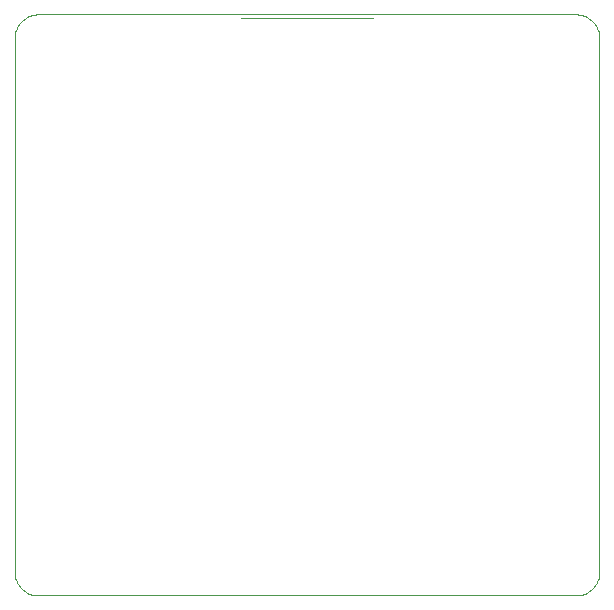
<source format=gm1>
G75*
%MOIN*%
%OFA0B0*%
%FSLAX24Y24*%
%IPPOS*%
%LPD*%
%AMOC8*
5,1,8,0,0,1.08239X$1,22.5*
%
%ADD10C,0.0000*%
D10*
X001467Y001180D02*
X019385Y001180D01*
X019439Y001182D01*
X019492Y001187D01*
X019545Y001196D01*
X019597Y001209D01*
X019649Y001225D01*
X019699Y001245D01*
X019747Y001268D01*
X019794Y001295D01*
X019839Y001324D01*
X019882Y001357D01*
X019922Y001392D01*
X019960Y001430D01*
X019995Y001470D01*
X020028Y001513D01*
X020057Y001558D01*
X020084Y001605D01*
X020107Y001653D01*
X020127Y001703D01*
X020143Y001755D01*
X020156Y001807D01*
X020165Y001860D01*
X020170Y001913D01*
X020172Y001967D01*
X020172Y019763D01*
X020170Y019817D01*
X020165Y019870D01*
X020156Y019923D01*
X020143Y019975D01*
X020127Y020027D01*
X020107Y020077D01*
X020084Y020125D01*
X020057Y020172D01*
X020028Y020217D01*
X019995Y020260D01*
X019960Y020300D01*
X019922Y020338D01*
X019882Y020373D01*
X019839Y020406D01*
X019794Y020435D01*
X019747Y020462D01*
X019699Y020485D01*
X019649Y020505D01*
X019597Y020521D01*
X019545Y020534D01*
X019492Y020543D01*
X019439Y020548D01*
X019385Y020550D01*
X001467Y020550D01*
X001413Y020548D01*
X001360Y020543D01*
X001307Y020534D01*
X001255Y020521D01*
X001203Y020505D01*
X001153Y020485D01*
X001105Y020462D01*
X001058Y020435D01*
X001013Y020406D01*
X000970Y020373D01*
X000930Y020338D01*
X000892Y020300D01*
X000857Y020260D01*
X000824Y020217D01*
X000795Y020172D01*
X000768Y020125D01*
X000745Y020077D01*
X000725Y020027D01*
X000709Y019975D01*
X000696Y019923D01*
X000687Y019870D01*
X000682Y019817D01*
X000680Y019763D01*
X000680Y001967D01*
X000682Y001913D01*
X000687Y001860D01*
X000696Y001807D01*
X000709Y001755D01*
X000725Y001703D01*
X000745Y001653D01*
X000768Y001605D01*
X000795Y001558D01*
X000824Y001513D01*
X000857Y001470D01*
X000892Y001430D01*
X000930Y001392D01*
X000970Y001357D01*
X001013Y001324D01*
X001058Y001295D01*
X001105Y001268D01*
X001153Y001245D01*
X001203Y001225D01*
X001255Y001209D01*
X001307Y001196D01*
X001360Y001187D01*
X001413Y001182D01*
X001467Y001180D01*
X008230Y020430D02*
X012630Y020430D01*
M02*

</source>
